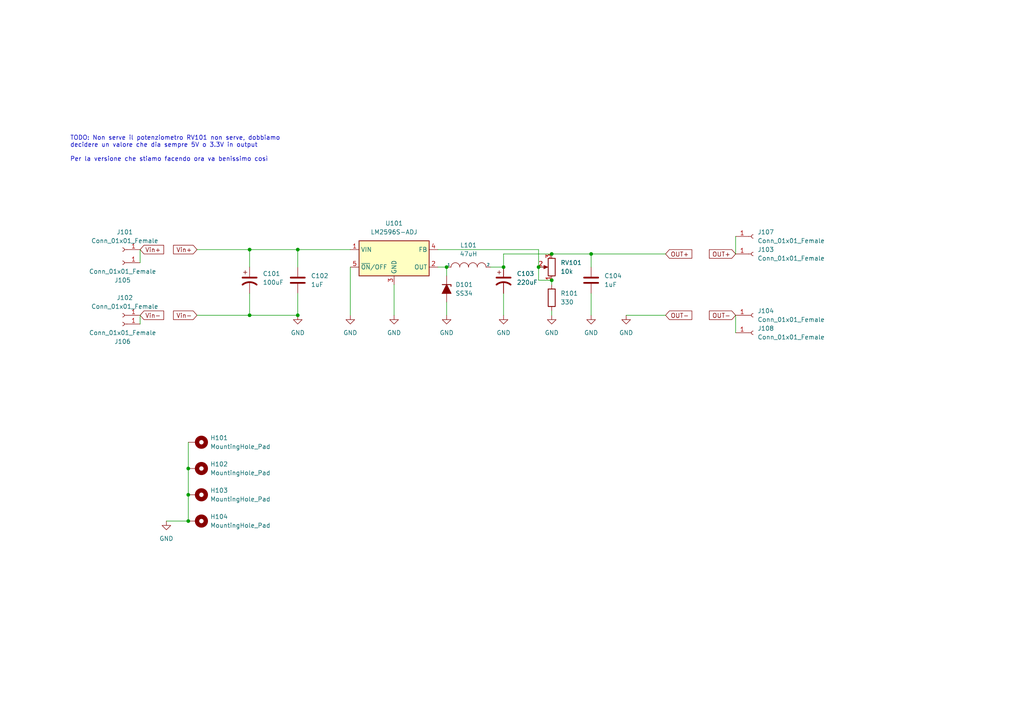
<source format=kicad_sch>
(kicad_sch (version 20211123) (generator eeschema)
  (paper "A4")
  (title_block (title "Modulo_LM2596S") (date "2022-10-17") (rev "1") (company "Nicola_Cristofoli"))
  (lib_symbols
    (symbol "Connector:Conn_01x01_Female" (pin_names (offset 1.016) hide)
      (property "Reference" "J" (at 0 2.54 0))
      (property "Value" "Conn_01x01_Female" (at 0 -2.54 0))
      (symbol "Conn_01x01_Female_1_1"
        (polyline (pts (xy -1.27 0) (xy -0.508 0)) (stroke (width 0.1524)))
        (arc (start 0 0.508) (mid -0.508 0) (end 0 -0.508) (stroke (width 0.1524)))
        (pin passive line (at -5.08 0 0) (length 3.81) (name "Pin_1") (number "1"))
      )
    )
    (symbol "Device:C" (pin_numbers hide) (pin_names (offset 0.254))
      (property "Reference" "C" (at 0.635 2.54 0))
      (property "Value" "C" (at 0.635 -2.54 0))
      (symbol "C_0_1"
        (polyline (pts (xy -2.032 -0.762) (xy 2.032 -0.762)) (stroke (width 0.508)))
        (polyline (pts (xy -2.032 0.762) (xy 2.032 0.762)) (stroke (width 0.508)))
      )
      (symbol "C_1_1"
        (pin passive line (at 0 3.81 270) (length 2.794) (name "~") (number "1"))
        (pin passive line (at 0 -3.81 90) (length 2.794) (name "~") (number "2"))
      )
    )
    (symbol "Device:C_Polarized_US" (pin_numbers hide) (pin_names (offset 0.254) hide)
      (property "Reference" "C" (at 0.635 2.54 0))
      (property "Value" "C_Polarized_US" (at 0.635 -2.54 0))
      (symbol "C_Polarized_US_0_1"
        (polyline (pts (xy -2.032 0.762) (xy 2.032 0.762)) (stroke (width 0.508)))
        (polyline (pts (xy -1.778 2.286) (xy -0.762 2.286)))
        (polyline (pts (xy -1.27 1.778) (xy -1.27 2.794)))
        (arc (start 2.032 -1.27) (mid 0 -0.5572) (end -2.032 -1.27) (stroke (width 0.508)))
      )
      (symbol "C_Polarized_US_1_1"
        (pin passive line (at 0 3.81 270) (length 2.794) (name "~") (number "1"))
        (pin passive line (at 0 -3.81 90) (length 3.302) (name "~") (number "2"))
      )
    )
    (symbol "Device:D_Zener_Filled" (pin_numbers hide) (pin_names (offset 1.016) hide)
      (property "Reference" "D" (at 0 2.54 0))
      (property "Value" "D_Zener_Filled" (at 0 -2.54 0))
      (symbol "D_Zener_Filled_0_1"
        (polyline (pts (xy 1.27 0) (xy -1.27 0)))
        (polyline (pts (xy -1.27 -1.27) (xy -1.27 1.27) (xy -0.762 1.27)) (stroke (width 0.254)))
        (polyline (pts (xy 1.27 -1.27) (xy 1.27 1.27) (xy -1.27 0) (xy 1.27 -1.27)) (stroke (width 0.254)) (fill (type outline)))
      )
      (symbol "D_Zener_Filled_1_1"
        (pin passive line (at -3.81 0 0) (length 2.54) (name "K") (number "1"))
        (pin passive line (at 3.81 0 180) (length 2.54) (name "A") (number "2"))
      )
    )
    (symbol "Device:R" (pin_numbers hide) (pin_names (offset 0))
      (property "Reference" "R" (at 2.032 0 90))
      (property "Value" "R" (at 0 0 90))
      (symbol "R_0_1"
        (rectangle (start -1.016 -2.54) (end 1.016 2.54) (stroke (width 0.254)))
      )
      (symbol "R_1_1"
        (pin passive line (at 0 3.81 270) (length 1.27) (name "~") (number "1"))
        (pin passive line (at 0 -3.81 90) (length 1.27) (name "~") (number "2"))
      )
    )
    (symbol "Device:R_Potentiometer" (pin_names (offset 1.016) hide)
      (property "Reference" "RV" (at -4.445 0 90))
      (property "Value" "R_Potentiometer" (at -2.54 0 90))
      (symbol "R_Potentiometer_0_1"
        (polyline (pts (xy 2.54 0) (xy 1.524 0)))
        (polyline (pts (xy 1.143 0) (xy 2.286 0.508) (xy 2.286 -0.508) (xy 1.143 0)) (fill (type outline)))
        (rectangle (start 1.016 2.54) (end -1.016 -2.54) (stroke (width 0.254)))
      )
      (symbol "R_Potentiometer_1_1"
        (pin passive line (at 0 3.81 270) (length 1.27) (name "1") (number "1"))
        (pin passive line (at 3.81 0 180) (length 1.27) (name "2") (number "2"))
        (pin passive line (at 0 -3.81 90) (length 1.27) (name "3") (number "3"))
      )
    )
    (symbol "Mechanical:MountingHole_Pad" (pin_numbers hide) (pin_names (offset 1.016) hide)
      (property "Reference" "H" (at 0 6.35 0))
      (property "Value" "MountingHole_Pad" (at 0 4.445 0))
      (symbol "MountingHole_Pad_0_1"
        (circle (center 0 1.27) (radius 1.27) (stroke (width 1.27)))
      )
      (symbol "MountingHole_Pad_1_1"
        (pin input line (at 0 -2.54 90) (length 2.54) (name "1") (number "1"))
      )
    )
    (symbol "Regulator_Switching:LM2596S-ADJ"
      (property "Reference" "U" (at -10.16 6.35 0))
      (property "Value" "LM2596S-ADJ" (at 0 6.35 0))
      (symbol "LM2596S-ADJ_0_1"
        (rectangle (start -10.16 5.08) (end 10.16 -5.08) (stroke (width 0.254)) (fill (type background)))
      )
      (symbol "LM2596S-ADJ_1_1"
        (pin power_in line (at -12.7 2.54 0) (length 2.54) (name "VIN") (number "1"))
        (pin output line (at 12.7 -2.54 180) (length 2.54) (name "OUT") (number "2"))
        (pin power_in line (at 0 -7.62 90) (length 2.54) (name "GND") (number "3"))
        (pin input line (at 12.7 2.54 180) (length 2.54) (name "FB") (number "4"))
        (pin input line (at -12.7 -2.54 0) (length 2.54) (name "~{ON}/OFF") (number "5"))
      )
    )
    (symbol "power:GND" (power) (pin_names (offset 0))
      (property "Value" "GND" (at 0 -3.81 0))
      (symbol "GND_0_1"
        (polyline (pts (xy 0 0) (xy 0 -1.27) (xy 1.27 -1.27) (xy 0 -2.54) (xy -1.27 -1.27) (xy 0 -1.27)))
      )
      (symbol "GND_1_1"
        (pin power_in line (at 0 0 270) (length 0) hide (name "GND") (number "1"))
      )
    )
    (symbol "pspice:INDUCTOR" (pin_numbers hide) (pin_names (offset 0))
      (property "Reference" "L" (at 0 2.54 0))
      (property "Value" "INDUCTOR" (at 0 -1.27 0))
      (symbol "INDUCTOR_0_1"
        (arc (start -2.54 0) (mid -3.81 1.27) (end -5.08 0))
        (arc (start 0 0) (mid -1.27 1.27) (end -2.54 0))
        (arc (start 2.54 0) (mid 1.27 1.27) (end 0 0))
        (arc (start 5.08 0) (mid 3.81 1.27) (end 2.54 0))
      )
      (symbol "INDUCTOR_1_1"
        (pin input line (at -6.35 0 0) (length 1.27) (name "1") (number "1"))
        (pin input line (at 6.35 0 180) (length 1.27) (name "2") (number "2"))
      )
    )
  )
  (junction (at 129.54 77.47))
  (junction (at 160.02 73.66))
  (junction (at 72.39 91.44))
  (junction (at 86.36 91.44))
  (junction (at 72.39 72.39))
  (junction (at 156.21 77.47))
  (junction (at 171.45 73.66))
  (junction (at 54.61 143.51))
  (junction (at 54.61 135.89))
  (junction (at 86.36 72.39))
  (junction (at 146.05 77.47))
  (junction (at 54.61 151.13))
  (junction (at 160.02 81.28))
  (wire (pts (xy 72.39 91.44) (xy 72.39 85.09)))
  (wire (pts (xy 146.05 85.09) (xy 146.05 91.44)))
  (wire (pts (xy 57.15 91.44) (xy 72.39 91.44)))
  (wire (pts (xy 146.05 73.66) (xy 146.05 77.47)))
  (wire (pts (xy 86.36 72.39) (xy 101.6 72.39)))
  (wire (pts (xy 72.39 72.39) (xy 86.36 72.39)))
  (wire (pts (xy 213.36 68.58) (xy 213.36 73.66)))
  (wire (pts (xy 160.02 73.66) (xy 146.05 73.66)))
  (wire (pts (xy 160.02 90.17) (xy 160.02 91.44)))
  (wire (pts (xy 57.15 72.39) (xy 72.39 72.39)))
  (wire (pts (xy 72.39 72.39) (xy 72.39 77.47)))
  (wire (pts (xy 171.45 73.66) (xy 193.04 73.66)))
  (wire (pts (xy 54.61 135.89) (xy 54.61 143.51)))
  (wire (pts (xy 129.54 87.63) (xy 129.54 91.44)))
  (wire (pts (xy 40.64 91.44) (xy 40.64 93.98)))
  (wire (pts (xy 171.45 73.66) (xy 160.02 73.66)))
  (wire (pts (xy 156.21 72.39) (xy 156.21 77.47)))
  (wire (pts (xy 114.3 82.55) (xy 114.3 91.44)))
  (wire (pts (xy 40.64 72.39) (xy 40.64 76.2)))
  (wire (pts (xy 160.02 81.28) (xy 160.02 82.55)))
  (wire (pts (xy 86.36 72.39) (xy 86.36 77.47)))
  (wire (pts (xy 181.61 91.44) (xy 193.04 91.44)))
  (wire (pts (xy 48.26 151.13) (xy 54.61 151.13)))
  (wire (pts (xy 156.21 81.28) (xy 160.02 81.28)))
  (wire (pts (xy 54.61 143.51) (xy 54.61 151.13)))
  (wire (pts (xy 54.61 128.27) (xy 54.61 135.89)))
  (wire (pts (xy 127 77.47) (xy 129.54 77.47)))
  (wire (pts (xy 213.36 91.44) (xy 213.36 96.52)))
  (wire (pts (xy 156.21 77.47) (xy 156.21 81.28)))
  (wire (pts (xy 171.45 85.09) (xy 171.45 91.44)))
  (wire (pts (xy 86.36 91.44) (xy 72.39 91.44)))
  (wire (pts (xy 127 72.39) (xy 156.21 72.39)))
  (wire (pts (xy 142.24 77.47) (xy 146.05 77.47)))
  (wire (pts (xy 171.45 77.47) (xy 171.45 73.66)))
  (wire (pts (xy 86.36 85.09) (xy 86.36 91.44)))
  (wire (pts (xy 129.54 77.47) (xy 129.54 80.01)))
  (wire (pts (xy 101.6 77.47) (xy 101.6 91.44)))
  (text "TODO: Non serve il potenziometro RV101 non serve, dobbiamo \ndecidere un valore che dia sempre 5V o 3.3V in output \n\nPer la versione che stiamo facendo ora va benissimo così" (at 20.32 46.99 0) (effects (font (size 1.27 1.27)) (justify left bottom)))
  (global_label "Vin-" (shape input) (at 40.64 91.44 0) (property "Intersheet References" "${INTERSHEET_REFS}" (effects hide)))
  (global_label "Vin+" (shape input) (at 40.64 72.39 0) (property "Intersheet References" "${INTERSHEET_REFS}" (effects hide)))
  (global_label "OUT+" (shape input) (at 193.04 73.66 0) (property "Intersheet References" "${INTERSHEET_REFS}" (effects hide)))
  (global_label "OUT-" (shape input) (at 193.04 91.44 0) (property "Intersheet References" "${INTERSHEET_REFS}" (effects hide)))
  (global_label "OUT+" (shape input) (at 213.36 73.66 180) (property "Intersheet References" "${INTERSHEET_REFS}" (effects hide)))
  (global_label "OUT-" (shape input) (at 213.36 91.44 180) (property "Intersheet References" "${INTERSHEET_REFS}" (effects hide)))
  (global_label "Vin-" (shape input) (at 57.15 91.44 180) (property "Intersheet References" "${INTERSHEET_REFS}" (effects hide)))
  (global_label "Vin+" (shape input) (at 57.15 72.39 180) (property "Intersheet References" "${INTERSHEET_REFS}" (effects hide)))
  (symbol (lib_id "power:GND") (at 48.26 151.13 0) (unit 1)
    (property "Reference" "#PWR0108" (effects hide))
    (property "Value" "GND" (at 48.26 156.21 0))
  )
  (symbol (lib_id "power:GND") (at 146.05 91.44 0) (unit 1)
    (property "Reference" "#PWR0104" (effects hide))
    (property "Value" "GND" (at 146.05 96.52 0))
  )
  (symbol (lib_id "Connector:Conn_01x01_Female") (at 218.44 73.66 0) (unit 1)
    (property "Reference" "J103" (at 219.71 72.3899 0) (effects (justify left)))
    (property "Value" "Conn_01x01_Female" (at 219.71 74.9299 0) (effects (justify left)))
    (property "Footprint" "Connector_Wire:SolderWirePad_1x01_SMD_1x2mm" (effects hide))
  )
  (symbol (lib_id "power:GND") (at 114.3 91.44 0) (unit 1)
    (property "Reference" "#PWR0102" (effects hide))
    (property "Value" "GND" (at 114.3 96.52 0))
  )
  (symbol (lib_id "Connector:Conn_01x01_Female") (at 218.44 96.52 0) (unit 1)
    (property "Reference" "J108" (at 219.71 95.2499 0) (effects (justify left)))
    (property "Value" "Conn_01x01_Female" (at 219.71 97.7899 0) (effects (justify left)))
    (property "Footprint" "Connector_Wire:SolderWirePad_1x01_SMD_1x2mm" (effects hide))
  )
  (symbol (lib_id "Mechanical:MountingHole_Pad") (at 57.15 128.27 270) (unit 1)
    (property "Reference" "H101" (at 60.96 126.9999 90) (effects (justify left)))
    (property "Value" "MountingHole_Pad" (at 60.96 129.5399 90) (effects (justify left)))
    (property "Footprint" "MountingHole:MountingHole_2.2mm_M2_Pad_Via" (effects hide))
  )
  (symbol (lib_id "power:GND") (at 160.02 91.44 0) (unit 1)
    (property "Reference" "#PWR0105" (effects hide))
    (property "Value" "GND" (at 160.02 96.52 0))
  )
  (symbol (lib_id "Regulator_Switching:LM2596S-ADJ") (at 114.3 74.93 0) (unit 1)
    (property "Reference" "U101" (at 114.3 64.77 0))
    (property "Value" "LM2596S-ADJ" (at 114.3 67.31 0))
    (property "Footprint" "Package_TO_SOT_SMD:TO-263-5_TabPin3" (effects hide))
    (property "Datasheet" "http://www.ti.com/lit/ds/symlink/lm2596.pdf" (effects hide))
  )
  (symbol (lib_id "Device:C_Polarized_US") (at 72.39 81.28 0) (unit 1)
    (property "Reference" "C101" (at 76.2 79.3749 0) (effects (justify left)))
    (property "Value" "100uF" (at 76.2 81.9149 0) (effects (justify left)))
    (property "Footprint" "Capacitor_SMD:CP_Elec_6.3x3.9" (effects hide))
  )
  (symbol (lib_id "power:GND") (at 129.54 91.44 0) (unit 1)
    (property "Reference" "#PWR0103" (effects hide))
    (property "Value" "GND" (at 129.54 96.52 0))
  )
  (symbol (lib_id "Mechanical:MountingHole_Pad") (at 57.15 143.51 270) (unit 1)
    (property "Reference" "H103" (at 60.96 142.2399 90) (effects (justify left)))
    (property "Value" "MountingHole_Pad" (at 60.96 144.7799 90) (effects (justify left)))
    (property "Footprint" "MountingHole:MountingHole_2.2mm_M2_Pad_Via" (effects hide))
  )
  (symbol (lib_id "Connector:Conn_01x01_Female") (at 35.56 76.2 180) (unit 1)
    (property "Reference" "J105" (at 35.56 81.28 0))
    (property "Value" "Conn_01x01_Female" (at 35.56 78.74 0))
    (property "Footprint" "Connector_Wire:SolderWirePad_1x01_SMD_1x2mm" (effects hide))
  )
  (symbol (lib_id "Mechanical:MountingHole_Pad") (at 57.15 151.13 270) (unit 1)
    (property "Reference" "H104" (at 60.96 149.8599 90) (effects (justify left)))
    (property "Value" "MountingHole_Pad" (at 60.96 152.3999 90) (effects (justify left)))
    (property "Footprint" "MountingHole:MountingHole_2.2mm_M2_Pad_Via" (effects hide))
  )
  (symbol (lib_id "Device:R") (at 160.02 86.36 0) (unit 1)
    (property "Reference" "R101" (at 162.56 85.0899 0) (effects (justify left)))
    (property "Value" "330" (at 162.56 87.6299 0) (effects (justify left)))
    (property "Footprint" "Resistor_SMD:R_0805_2012Metric_Pad1.20x1.40mm_HandSolder" (effects hide))
  )
  (symbol (lib_id "Device:C") (at 86.36 81.28 0) (unit 1)
    (property "Reference" "C102" (at 90.17 80.0099 0) (effects (justify left)))
    (property "Value" "1uF" (at 90.17 82.5499 0) (effects (justify left)))
    (property "Footprint" "Capacitor_SMD:C_1206_3216Metric_Pad1.33x1.80mm_HandSolder" (effects hide))
  )
  (symbol (lib_id "Mechanical:MountingHole_Pad") (at 57.15 135.89 270) (unit 1)
    (property "Reference" "H102" (at 60.96 134.6199 90) (effects (justify left)))
    (property "Value" "MountingHole_Pad" (at 60.96 137.1599 90) (effects (justify left)))
    (property "Footprint" "MountingHole:MountingHole_2.2mm_M2_Pad_Via" (effects hide))
  )
  (symbol (lib_id "Connector:Conn_01x01_Female") (at 35.56 72.39 180) (unit 1)
    (property "Reference" "J101" (at 36.195 67.31 0))
    (property "Value" "Conn_01x01_Female" (at 36.195 69.85 0))
    (property "Footprint" "Connector_Wire:SolderWirePad_1x01_SMD_1x2mm" (effects hide))
  )
  (symbol (lib_id "pspice:INDUCTOR") (at 135.89 77.47 0) (unit 1)
    (property "Reference" "L101" (at 135.89 71.12 0))
    (property "Value" "47uH" (at 135.89 73.66 0))
    (property "Footprint" "Inductor_SMD:L_Bourns_SRR1208_12.7x12.7mm" (effects hide))
  )
  (symbol (lib_id "power:GND") (at 171.45 91.44 0) (unit 1)
    (property "Reference" "#PWR0106" (effects hide))
    (property "Value" "GND" (at 171.45 96.52 0))
  )
  (symbol (lib_id "Device:D_Zener_Filled") (at 129.54 83.82 270) (unit 1)
    (property "Reference" "D101" (at 132.08 82.5499 90) (effects (justify left)))
    (property "Value" "SS34" (at 132.08 85.0899 90) (effects (justify left)))
    (property "Footprint" "Diode_SMD:D_SMB_Handsoldering" (effects hide))
  )
  (symbol (lib_id "Connector:Conn_01x01_Female") (at 218.44 91.44 0) (unit 1)
    (property "Reference" "J104" (at 219.71 90.1699 0) (effects (justify left)))
    (property "Value" "Conn_01x01_Female" (at 219.71 92.7099 0) (effects (justify left)))
    (property "Footprint" "Connector_Wire:SolderWirePad_1x01_SMD_1x2mm" (effects hide))
  )
  (symbol (lib_id "power:GND") (at 181.61 91.44 0) (unit 1)
    (property "Reference" "#PWR0107" (effects hide))
    (property "Value" "GND" (at 181.61 96.52 0))
  )
  (symbol (lib_id "Device:C_Polarized_US") (at 146.05 81.28 0) (unit 1)
    (property "Reference" "C103" (at 149.86 79.3749 0) (effects (justify left)))
    (property "Value" "220uF" (at 149.86 81.9149 0) (effects (justify left)))
    (property "Footprint" "Capacitor_SMD:CP_Elec_6.3x3.9" (effects hide))
  )
  (symbol (lib_id "Connector:Conn_01x01_Female") (at 218.44 68.58 0) (unit 1)
    (property "Reference" "J107" (at 219.71 67.3099 0) (effects (justify left)))
    (property "Value" "Conn_01x01_Female" (at 219.71 69.8499 0) (effects (justify left)))
    (property "Footprint" "Connector_Wire:SolderWirePad_1x01_SMD_1x2mm" (effects hide))
  )
  (symbol (lib_id "Device:R_Potentiometer") (at 160.02 77.47 180) (unit 1)
    (property "Reference" "RV101" (at 162.56 76.1999 0) (effects (justify right)))
    (property "Value" "10k" (at 162.56 78.7399 0) (effects (justify right)))
    (property "Footprint" "Potentiometer_THT:Potentiometer_Bourns_3299W_Vertical" (effects hide))
  )
  (symbol (lib_id "Connector:Conn_01x01_Female") (at 35.56 93.98 180) (unit 1)
    (property "Reference" "J106" (at 35.56 99.06 0))
    (property "Value" "Conn_01x01_Female" (at 35.56 96.52 0))
    (property "Footprint" "Connector_Wire:SolderWirePad_1x01_SMD_1x2mm" (effects hide))
  )
  (symbol (lib_id "Connector:Conn_01x01_Female") (at 35.56 91.44 180) (unit 1)
    (property "Reference" "J102" (at 36.195 86.36 0))
    (property "Value" "Conn_01x01_Female" (at 36.195 88.9 0))
    (property "Footprint" "Connector_Wire:SolderWirePad_1x01_SMD_1x2mm" (effects hide))
  )
  (symbol (lib_id "power:GND") (at 101.6 91.44 0) (unit 1)
    (property "Reference" "#PWR0109" (effects hide))
    (property "Value" "GND" (at 101.6 96.52 0))
  )
  (symbol (lib_id "Device:C") (at 171.45 81.28 0) (unit 1)
    (property "Reference" "C104" (at 175.26 80.0099 0) (effects (justify left)))
    (property "Value" "1uF" (at 175.26 82.5499 0) (effects (justify left)))
    (property "Footprint" "Capacitor_SMD:C_1206_3216Metric_Pad1.33x1.80mm_HandSolder" (effects hide))
  )
  (symbol (lib_id "power:GND") (at 86.36 91.44 0) (unit 1)
    (property "Reference" "#PWR0101" (effects hide))
    (property "Value" "GND" (at 86.36 96.52 0))
  )
)
</source>
